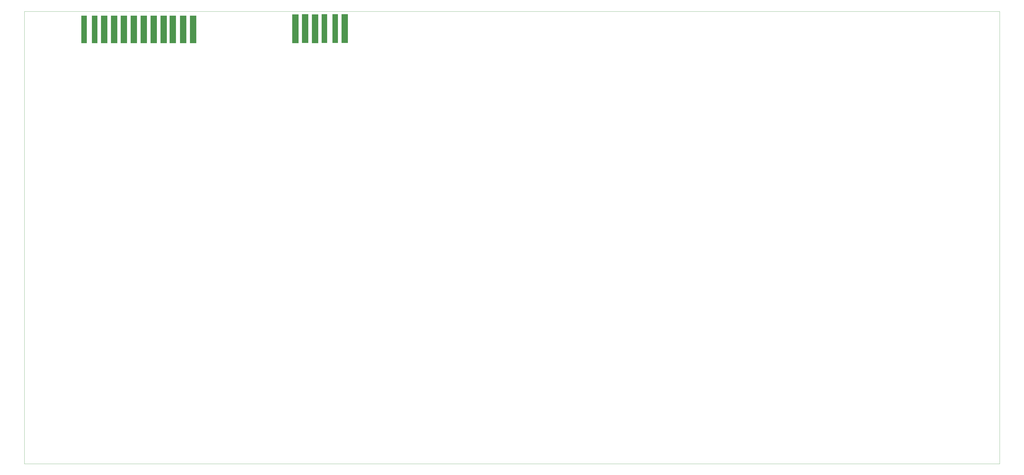
<source format=gbr>
%FSLAX34Y34*%
%MOMM*%
%LNSMDMASK_TOP*%
G71*
G01*
%ADD10C, 0.002*%
%ADD11R, 2.500X11.100*%
%ADD12R, 2.300X11.100*%
%ADD13R, 2.500X11.500*%
%ADD14R, 2.300X11.500*%
%LPD*%
G54D10*
X0Y2003300D02*
X3900000Y2003300D01*
X3900000Y193300D01*
X0Y193300D01*
X0Y2003300D01*
X318777Y1931268D02*
G54D11*
D03*
X358464Y1931268D02*
G54D11*
D03*
X398152Y1931268D02*
G54D11*
D03*
X437839Y1931268D02*
G54D11*
D03*
X477527Y1931268D02*
G54D11*
D03*
X517214Y1931268D02*
G54D11*
D03*
X556902Y1931268D02*
G54D11*
D03*
X593414Y1931268D02*
G54D11*
D03*
X634689Y1931268D02*
G54D11*
D03*
X674376Y1931268D02*
G54D11*
D03*
X239016Y1931268D02*
G54D12*
D03*
X280577Y1931268D02*
G54D12*
D03*
X1280781Y1934300D02*
G54D13*
D03*
X1162031Y1933675D02*
G54D13*
D03*
X1122656Y1934300D02*
G54D13*
D03*
X1083906Y1933675D02*
G54D13*
D03*
X1242756Y1934337D02*
G54D14*
D03*
X1199894Y1934337D02*
G54D14*
D03*
M02*

</source>
